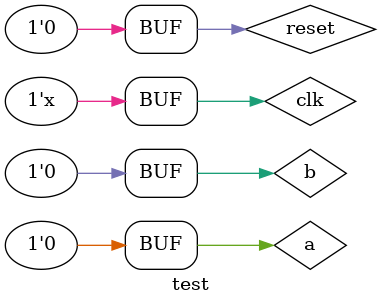
<source format=v>
`timescale 1ns / 1ps


module test;

	// Inputs
	reg a;
	reg b;
	reg clk;
	reg reset;

	// Outputs
	wire [7:0] count;

	// Instantiate the Unit Under Test (UUT)
	parking uut (
		.a(a), 
		.b(b), 
		.clk(clk), 
		.reset(reset), 
		.count(count)
	);

	initial begin
		// Initialize Inputs
		a = 0;
		b = 0;
		clk = 0;
      reset=0;
		#10;
		reset=1;
		#10;
		reset=0;
		repeat(54)
		begin
	  #20;
		a=1;
      #10;
      b=1;
      #10;
       a=0;
		#10;
		b=0;
		
		#50;
		a=1;
      #10;
      b=1;
      #10;
      a=0;
   	#10;
		b=0;
		
		end
		// Add stimulus here

	end

  always
      #5 clk = ~clk;

      
endmodule


</source>
